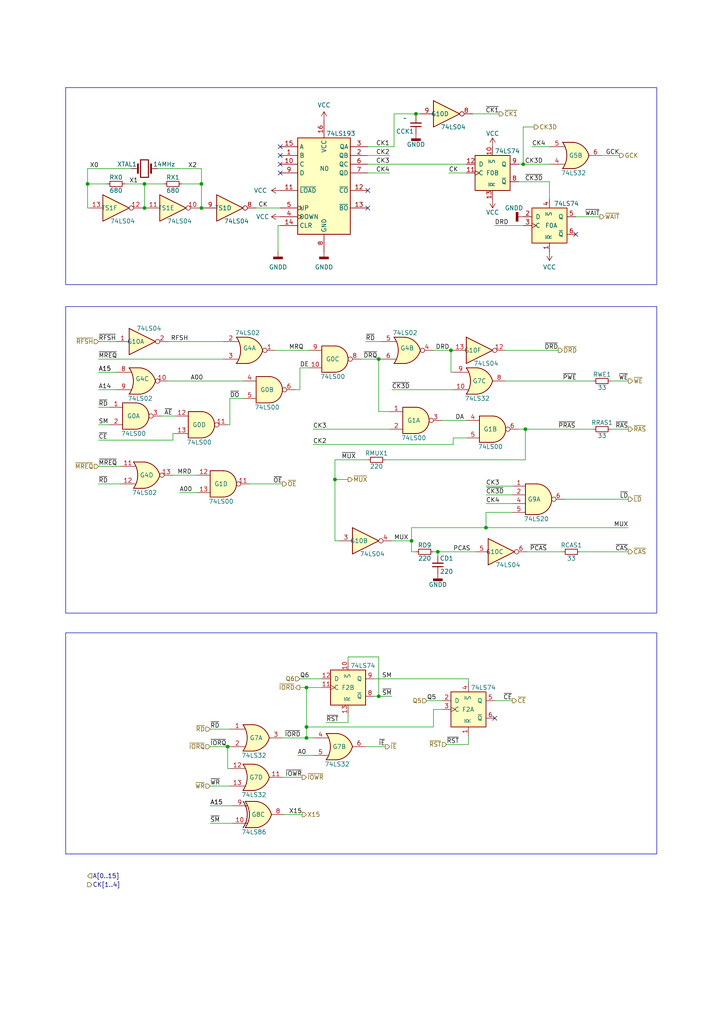
<source format=kicad_sch>
(kicad_sch (version 20231120) (generator "eeschema") (generator_version "8.0")
  (paper "A4" portrait)
  (title_block (title "Turbo Spectrum ( CoBra 2 ) ") (company "© 2022 The Cismas Foundation"))
  (lib_symbols
    (symbol "74xx:74LS00" (pin_names (offset 1.016))
      (property "Reference" "U" (at 0 1.27 0))
      (property "Value" "74LS00" (at 0 -1.27 0))
      (symbol "74LS00_1_1"
        (pin input line (at -7.62 2.54 0) (length 3.81) (name "~") (number "1"))
        (pin input line (at -7.62 -2.54 0) (length 3.81) (name "~") (number "2"))
        (pin output inverted (at 7.62 0 180) (length 3.81) (name "~") (number "3"))
      )
      (symbol "74LS00_1_2"
        (pin input inverted (at -7.62 2.54 0) (length 4.318) (name "~") (number "1"))
        (pin input inverted (at -7.62 -2.54 0) (length 4.318) (name "~") (number "2"))
        (pin output line (at 7.62 0 180) (length 3.81) (name "~") (number "3"))
      )
      (symbol "74LS00_2_1"
        (pin input line (at -7.62 2.54 0) (length 3.81) (name "~") (number "4"))
        (pin input line (at -7.62 -2.54 0) (length 3.81) (name "~") (number "5"))
        (pin output inverted (at 7.62 0 180) (length 3.81) (name "~") (number "6"))
      )
      (symbol "74LS00_2_2"
        (pin input inverted (at -7.62 2.54 0) (length 4.318) (name "~") (number "4"))
        (pin input inverted (at -7.62 -2.54 0) (length 4.318) (name "~") (number "5"))
        (pin output line (at 7.62 0 180) (length 3.81) (name "~") (number "6"))
      )
      (symbol "74LS00_3_1"
        (pin input line (at -7.62 -2.54 0) (length 3.81) (name "~") (number "10"))
        (pin output inverted (at 7.62 0 180) (length 3.81) (name "~") (number "8"))
        (pin input line (at -7.62 2.54 0) (length 3.81) (name "~") (number "9"))
      )
      (symbol "74LS00_3_2"
        (pin input inverted (at -7.62 -2.54 0) (length 4.318) (name "~") (number "10"))
        (pin output line (at 7.62 0 180) (length 3.81) (name "~") (number "8"))
        (pin input inverted (at -7.62 2.54 0) (length 4.318) (name "~") (number "9"))
      )
      (symbol "74LS00_4_1"
        (pin output inverted (at 7.62 0 180) (length 3.81) (name "~") (number "11"))
        (pin input line (at -7.62 2.54 0) (length 3.81) (name "~") (number "12"))
        (pin input line (at -7.62 -2.54 0) (length 3.81) (name "~") (number "13"))
      )
      (symbol "74LS00_4_2"
        (pin output line (at 7.62 0 180) (length 3.81) (name "~") (number "11"))
        (pin input inverted (at -7.62 2.54 0) (length 4.318) (name "~") (number "12"))
        (pin input inverted (at -7.62 -2.54 0) (length 4.318) (name "~") (number "13"))
      )
      (symbol "74LS00_5_0"
        (pin power_in line (at 0 12.7 270) (length 5.08) (name "VCC") (number "14"))
        (pin power_in line (at 0 -12.7 90) (length 5.08) (name "GND") (number "7"))
      )
    )
    (symbol "74xx:74LS02" (pin_names (offset 1.016))
      (property "Reference" "U" (at 0 1.27 0))
      (property "Value" "74LS02" (at 0 -1.27 0))
      (symbol "74LS02_1_1"
        (pin output inverted (at 7.62 0 180) (length 3.81) (name "~") (number "1"))
        (pin input line (at -7.62 2.54 0) (length 4.318) (name "~") (number "2"))
        (pin input line (at -7.62 -2.54 0) (length 4.318) (name "~") (number "3"))
      )
      (symbol "74LS02_1_2"
        (pin output line (at 7.62 0 180) (length 3.81) (name "~") (number "1"))
        (pin input inverted (at -7.62 2.54 0) (length 3.81) (name "~") (number "2"))
        (pin input inverted (at -7.62 -2.54 0) (length 3.81) (name "~") (number "3"))
      )
      (symbol "74LS02_2_1"
        (pin output inverted (at 7.62 0 180) (length 3.81) (name "~") (number "4"))
        (pin input line (at -7.62 2.54 0) (length 4.318) (name "~") (number "5"))
        (pin input line (at -7.62 -2.54 0) (length 4.318) (name "~") (number "6"))
      )
      (symbol "74LS02_2_2"
        (pin output line (at 7.62 0 180) (length 3.81) (name "~") (number "4"))
        (pin input inverted (at -7.62 2.54 0) (length 3.81) (name "~") (number "5"))
        (pin input inverted (at -7.62 -2.54 0) (length 3.81) (name "~") (number "6"))
      )
      (symbol "74LS02_3_1"
        (pin output inverted (at 7.62 0 180) (length 3.81) (name "~") (number "10"))
        (pin input line (at -7.62 2.54 0) (length 4.318) (name "~") (number "8"))
        (pin input line (at -7.62 -2.54 0) (length 4.318) (name "~") (number "9"))
      )
      (symbol "74LS02_3_2"
        (pin output line (at 7.62 0 180) (length 3.81) (name "~") (number "10"))
        (pin input inverted (at -7.62 2.54 0) (length 3.81) (name "~") (number "8"))
        (pin input inverted (at -7.62 -2.54 0) (length 3.81) (name "~") (number "9"))
      )
      (symbol "74LS02_4_1"
        (pin input line (at -7.62 2.54 0) (length 4.318) (name "~") (number "11"))
        (pin input line (at -7.62 -2.54 0) (length 4.318) (name "~") (number "12"))
        (pin output inverted (at 7.62 0 180) (length 3.81) (name "~") (number "13"))
      )
      (symbol "74LS02_4_2"
        (pin input inverted (at -7.62 2.54 0) (length 3.81) (name "~") (number "11"))
        (pin input inverted (at -7.62 -2.54 0) (length 3.81) (name "~") (number "12"))
        (pin output line (at 7.62 0 180) (length 3.81) (name "~") (number "13"))
      )
      (symbol "74LS02_5_0"
        (pin power_in line (at 0 12.7 270) (length 5.08) (name "VCC") (number "14"))
        (pin power_in line (at 0 -12.7 90) (length 5.08) (name "GND") (number "7"))
      )
    )
    (symbol "74xx:74LS04"
      (property "Reference" "U" (at 0 1.27 0))
      (property "Value" "74LS04" (at 0 -1.27 0))
      (symbol "74LS04_1_0"
        (pin input line (at -7.62 0 0) (length 3.81) (name "~") (number "1"))
        (pin output inverted (at 7.62 0 180) (length 3.81) (name "~") (number "2"))
      )
      (symbol "74LS04_2_0"
        (pin input line (at -7.62 0 0) (length 3.81) (name "~") (number "3"))
        (pin output inverted (at 7.62 0 180) (length 3.81) (name "~") (number "4"))
      )
      (symbol "74LS04_3_0"
        (pin input line (at -7.62 0 0) (length 3.81) (name "~") (number "5"))
        (pin output inverted (at 7.62 0 180) (length 3.81) (name "~") (number "6"))
      )
      (symbol "74LS04_4_0"
        (pin output inverted (at 7.62 0 180) (length 3.81) (name "~") (number "8"))
        (pin input line (at -7.62 0 0) (length 3.81) (name "~") (number "9"))
      )
      (symbol "74LS04_5_0"
        (pin output inverted (at 7.62 0 180) (length 3.81) (name "~") (number "10"))
        (pin input line (at -7.62 0 0) (length 3.81) (name "~") (number "11"))
      )
      (symbol "74LS04_6_0"
        (pin output inverted (at 7.62 0 180) (length 3.81) (name "~") (number "12"))
        (pin input line (at -7.62 0 0) (length 3.81) (name "~") (number "13"))
      )
      (symbol "74LS04_7_0"
        (pin power_in line (at 0 12.7 270) (length 5.08) (name "VCC") (number "14"))
        (pin power_in line (at 0 -12.7 90) (length 5.08) (name "GND") (number "7"))
      )
    )
    (symbol "74xx:74LS193"
      (property "Reference" "U" (at -7.62 13.97 0))
      (property "Value" "74LS193" (at 5.08 13.97 0))
      (symbol "74LS193_1_0"
        (pin input line (at -12.7 7.62 0) (length 5.08) (name "B") (number "1"))
        (pin input line (at -12.7 5.08 0) (length 5.08) (name "C") (number "10"))
        (pin input line (at -12.7 -2.54 0) (length 5.08) (name "~{LOAD}") (number "11"))
        (pin output line (at 12.7 -2.54 180) (length 5.08) (name "~{CO}") (number "12"))
        (pin output line (at 12.7 -7.62 180) (length 5.08) (name "~{BO}") (number "13"))
        (pin input line (at -12.7 -12.7 0) (length 5.08) (name "CLR") (number "14"))
        (pin input line (at -12.7 10.16 0) (length 5.08) (name "A") (number "15"))
        (pin power_in line (at 0 17.78 270) (length 5.08) (name "VCC") (number "16"))
        (pin output line (at 12.7 7.62 180) (length 5.08) (name "QB") (number "2"))
        (pin output line (at 12.7 10.16 180) (length 5.08) (name "QA") (number "3"))
        (pin input clock (at -12.7 -10.16 0) (length 5.08) (name "DOWN") (number "4"))
        (pin input clock (at -12.7 -7.62 0) (length 5.08) (name "UP") (number "5"))
        (pin output line (at 12.7 5.08 180) (length 5.08) (name "QC") (number "6"))
        (pin output line (at 12.7 2.54 180) (length 5.08) (name "QD") (number "7"))
        (pin power_in line (at 0 -20.32 90) (length 5.08) (name "GND") (number "8"))
        (pin input line (at -12.7 2.54 0) (length 5.08) (name "D") (number "9"))
      )
    )
    (symbol "74xx:74LS20" (pin_names (offset 1.016))
      (property "Reference" "U" (at 0 1.27 0))
      (property "Value" "74LS20" (at 0 -1.27 0))
      (symbol "74LS20_1_1"
        (pin input line (at -7.62 3.81 0) (length 3.81) (name "~") (number "1"))
        (pin input line (at -7.62 1.27 0) (length 3.81) (name "~") (number "2"))
        (pin input line (at -7.62 -1.27 0) (length 3.81) (name "~") (number "4"))
        (pin input line (at -7.62 -3.81 0) (length 3.81) (name "~") (number "5"))
        (pin output inverted (at 7.62 0 180) (length 3.81) (name "~") (number "6"))
      )
      (symbol "74LS20_1_2"
        (pin input inverted (at -7.62 3.81 0) (length 3.81) (name "~") (number "1"))
        (pin input inverted (at -7.62 1.27 0) (length 4.826) (name "~") (number "2"))
        (pin input inverted (at -7.62 -1.27 0) (length 4.826) (name "~") (number "4"))
        (pin input inverted (at -7.62 -3.81 0) (length 3.81) (name "~") (number "5"))
        (pin output line (at 7.62 0 180) (length 3.81) (name "~") (number "6"))
      )
      (symbol "74LS20_2_1"
        (pin input line (at -7.62 1.27 0) (length 3.81) (name "~") (number "10"))
        (pin input line (at -7.62 -1.27 0) (length 3.81) (name "~") (number "12"))
        (pin input line (at -7.62 -3.81 0) (length 3.81) (name "~") (number "13"))
        (pin output inverted (at 7.62 0 180) (length 3.81) (name "~") (number "8"))
        (pin input line (at -7.62 3.81 0) (length 3.81) (name "~") (number "9"))
      )
      (symbol "74LS20_2_2"
        (pin input inverted (at -7.62 1.27 0) (length 4.826) (name "~") (number "10"))
        (pin input inverted (at -7.62 -1.27 0) (length 4.826) (name "~") (number "12"))
        (pin input inverted (at -7.62 -3.81 0) (length 3.81) (name "~") (number "13"))
        (pin output line (at 7.62 0 180) (length 3.81) (name "~") (number "8"))
        (pin input inverted (at -7.62 3.81 0) (length 3.81) (name "~") (number "9"))
      )
      (symbol "74LS20_3_0"
        (pin power_in line (at 0 12.7 270) (length 5.08) (name "VCC") (number "14"))
        (pin power_in line (at 0 -12.7 90) (length 5.08) (name "GND") (number "7"))
      )
    )
    (symbol "74xx:74LS32" (pin_names (offset 1.016))
      (property "Reference" "U" (at 0 1.27 0))
      (property "Value" "74LS32" (at 0 -1.27 0))
      (symbol "74LS32_1_1"
        (pin input line (at -7.62 2.54 0) (length 4.318) (name "~") (number "1"))
        (pin input line (at -7.62 -2.54 0) (length 4.318) (name "~") (number "2"))
        (pin output line (at 7.62 0 180) (length 3.81) (name "~") (number "3"))
      )
      (symbol "74LS32_1_2"
        (pin input inverted (at -7.62 2.54 0) (length 3.81) (name "~") (number "1"))
        (pin input inverted (at -7.62 -2.54 0) (length 3.81) (name "~") (number "2"))
        (pin output inverted (at 7.62 0 180) (length 3.81) (name "~") (number "3"))
      )
      (symbol "74LS32_2_1"
        (pin input line (at -7.62 2.54 0) (length 4.318) (name "~") (number "4"))
        (pin input line (at -7.62 -2.54 0) (length 4.318) (name "~") (number "5"))
        (pin output line (at 7.62 0 180) (length 3.81) (name "~") (number "6"))
      )
      (symbol "74LS32_2_2"
        (pin input inverted (at -7.62 2.54 0) (length 3.81) (name "~") (number "4"))
        (pin input inverted (at -7.62 -2.54 0) (length 3.81) (name "~") (number "5"))
        (pin output inverted (at 7.62 0 180) (length 3.81) (name "~") (number "6"))
      )
      (symbol "74LS32_3_1"
        (pin input line (at -7.62 -2.54 0) (length 4.318) (name "~") (number "10"))
        (pin output line (at 7.62 0 180) (length 3.81) (name "~") (number "8"))
        (pin input line (at -7.62 2.54 0) (length 4.318) (name "~") (number "9"))
      )
      (symbol "74LS32_3_2"
        (pin input inverted (at -7.62 -2.54 0) (length 3.81) (name "~") (number "10"))
        (pin output inverted (at 7.62 0 180) (length 3.81) (name "~") (number "8"))
        (pin input inverted (at -7.62 2.54 0) (length 3.81) (name "~") (number "9"))
      )
      (symbol "74LS32_4_1"
        (pin output line (at 7.62 0 180) (length 3.81) (name "~") (number "11"))
        (pin input line (at -7.62 2.54 0) (length 4.318) (name "~") (number "12"))
        (pin input line (at -7.62 -2.54 0) (length 4.318) (name "~") (number "13"))
      )
      (symbol "74LS32_4_2"
        (pin output inverted (at 7.62 0 180) (length 3.81) (name "~") (number "11"))
        (pin input inverted (at -7.62 2.54 0) (length 3.81) (name "~") (number "12"))
        (pin input inverted (at -7.62 -2.54 0) (length 3.81) (name "~") (number "13"))
      )
      (symbol "74LS32_5_0"
        (pin power_in line (at 0 12.7 270) (length 5.08) (name "VCC") (number "14"))
        (pin power_in line (at 0 -12.7 90) (length 5.08) (name "GND") (number "7"))
      )
    )
    (symbol "74xx:74LS74" (pin_names (offset 1.016))
      (property "Reference" "U" (at -7.62 8.89 0))
      (property "Value" "74LS74" (at -7.62 -8.89 0))
      (symbol "74LS74_1_0"
        (pin input line (at 0 -7.62 90) (length 2.54) (name "~{R}") (number "1"))
        (pin input line (at -7.62 2.54 0) (length 2.54) (name "D") (number "2"))
        (pin input clock (at -7.62 0 0) (length 2.54) (name "C") (number "3"))
        (pin input line (at 0 7.62 270) (length 2.54) (name "~{S}") (number "4"))
        (pin output line (at 7.62 2.54 180) (length 2.54) (name "Q") (number "5"))
        (pin output line (at 7.62 -2.54 180) (length 2.54) (name "~{Q}") (number "6"))
      )
      (symbol "74LS74_2_0"
        (pin input line (at 0 7.62 270) (length 2.54) (name "~{S}") (number "10"))
        (pin input clock (at -7.62 0 0) (length 2.54) (name "C") (number "11"))
        (pin input line (at -7.62 2.54 0) (length 2.54) (name "D") (number "12"))
        (pin input line (at 0 -7.62 90) (length 2.54) (name "~{R}") (number "13"))
        (pin output line (at 7.62 -2.54 180) (length 2.54) (name "~{Q}") (number "8"))
        (pin output line (at 7.62 2.54 180) (length 2.54) (name "Q") (number "9"))
      )
      (symbol "74LS74_3_0"
        (pin power_in line (at 0 10.16 270) (length 2.54) (name "VCC") (number "14"))
        (pin power_in line (at 0 -10.16 90) (length 2.54) (name "GND") (number "7"))
      )
    )
    (symbol "74xx:74LS86" (pin_names (offset 1.016))
      (property "Reference" "U" (at 0 1.27 0))
      (property "Value" "74LS86" (at 0 -1.27 0))
      (symbol "74LS86_1_0"
        (pin input line (at -7.62 2.54 0) (length 4.445) (name "~") (number "1"))
        (pin input line (at -7.62 -2.54 0) (length 4.445) (name "~") (number "2"))
        (pin output line (at 7.62 0 180) (length 3.81) (name "~") (number "3"))
      )
      (symbol "74LS86_2_0"
        (pin input line (at -7.62 2.54 0) (length 4.445) (name "~") (number "4"))
        (pin input line (at -7.62 -2.54 0) (length 4.445) (name "~") (number "5"))
        (pin output line (at 7.62 0 180) (length 3.81) (name "~") (number "6"))
      )
      (symbol "74LS86_3_0"
        (pin input line (at -7.62 -2.54 0) (length 4.445) (name "~") (number "10"))
        (pin output line (at 7.62 0 180) (length 3.81) (name "~") (number "8"))
        (pin input line (at -7.62 2.54 0) (length 4.445) (name "~") (number "9"))
      )
      (symbol "74LS86_4_0"
        (pin output line (at 7.62 0 180) (length 3.81) (name "~") (number "11"))
        (pin input line (at -7.62 2.54 0) (length 4.445) (name "~") (number "12"))
        (pin input line (at -7.62 -2.54 0) (length 4.445) (name "~") (number "13"))
      )
      (symbol "74LS86_5_0"
        (pin power_in line (at 0 12.7 270) (length 5.08) (name "VCC") (number "14"))
        (pin power_in line (at 0 -12.7 90) (length 5.08) (name "GND") (number "7"))
      )
    )
    (symbol "Device:C_Small" (pin_numbers hide) (pin_names (offset 0.254) hide)
      (property "Reference" "C" (at 0.254 1.778 0))
      (property "Value" "C_Small" (at 0.254 -2.032 0))
      (symbol "C_Small_1_1"
        (pin passive line (at 0 2.54 270) (length 2.032) (name "~") (number "1"))
        (pin passive line (at 0 -2.54 90) (length 2.032) (name "~") (number "2"))
      )
    )
    (symbol "Device:Crystal" (pin_numbers hide) (pin_names (offset 1.016) hide)
      (property "Reference" "Y" (at 0 3.81 0))
      (property "Value" "Crystal" (at 0 -3.81 0))
      (symbol "Crystal_1_1"
        (pin passive line (at -3.81 0 0) (length 1.27) (name "1") (number "1"))
        (pin passive line (at 3.81 0 180) (length 1.27) (name "2") (number "2"))
      )
    )
    (symbol "Device:R_Small" (pin_numbers hide) (pin_names (offset 0.254) hide)
      (property "Reference" "R" (at 0.762 0.508 0))
      (property "Value" "R_Small" (at 0.762 -1.016 0))
      (symbol "R_Small_1_1"
        (pin passive line (at 0 2.54 270) (length 0.762) (name "~") (number "1"))
        (pin passive line (at 0 -2.54 90) (length 0.762) (name "~") (number "2"))
      )
    )
    (symbol "power:GNDD" (power) (pin_numbers hide) (pin_names (offset 0) hide)
      (property "Value" "GNDD" (at 0 -3.175 0))
      (symbol "GNDD_1_1"
        (pin power_in line (at 0 0 270) (length 0) (name "~") (number "1"))
      )
    )
    (symbol "power:VCC" (power) (pin_numbers hide) (pin_names (offset 0) hide)
      (property "Value" "VCC" (at 0 3.556 0))
      (symbol "VCC_1_1"
        (pin power_in line (at 0 0 90) (length 0) (name "~") (number "1"))
      )
    )
  )
  (junction (at 120.65 33.02))
  (junction (at 152.4 124.46))
  (junction (at 127 160.02))
  (junction (at 88.9 210.82))
  (junction (at 130.81 101.6))
  (junction (at 119.38 156.845))
  (junction (at 66.04 216.535))
  (junction (at 25.4 53.34))
  (junction (at 88.9 199.39))
  (junction (at 41.91 53.34))
  (junction (at 58.42 53.34))
  (junction (at 151.765 47.625))
  (junction (at 88.9 213.995))
  (junction (at 41.91 60.325))
  (junction (at 140.97 153.035))
  (junction (at 109.855 104.14))
  (junction (at 97.155 139.065))
  (junction (at 109.855 201.93))
  (junction (at 58.42 60.325))
  (no_connect (at 106.68 55.245))
  (no_connect (at 143.51 208.28))
  (no_connect (at 81.28 50.165))
  (no_connect (at 81.28 42.545))
  (no_connect (at 167.005 67.945))
  (no_connect (at 106.68 60.325))
  (no_connect (at 81.28 45.085))
  (no_connect (at 81.28 47.625))
  (wire (pts (xy 45.72 48.895) (xy 58.42 48.895)))
  (wire (pts (xy 154.94 36.83) (xy 151.765 36.83)))
  (wire (pts (xy 131.445 107.95) (xy 130.81 107.95)))
  (wire (pts (xy 127 160.02) (xy 125.73 160.02)))
  (wire (pts (xy 50.165 137.795) (xy 57.15 137.795)))
  (wire (pts (xy 114.3 33.02) (xy 120.65 33.02)))
  (wire (pts (xy 106.68 45.085) (xy 113.03 45.085)))
  (wire (pts (xy 25.4 53.34) (xy 25.4 48.895)))
  (wire (pts (xy 140.97 146.05) (xy 148.59 146.05)))
  (wire (pts (xy 58.42 48.895) (xy 58.42 53.34)))
  (wire (pts (xy 120.65 33.02) (xy 120.65 33.655)))
  (wire (pts (xy 80.645 73.025) (xy 80.645 65.405)))
  (wire (pts (xy 106.68 42.545) (xy 114.3 42.545)))
  (wire (pts (xy 177.165 110.49) (xy 182.245 110.49)))
  (wire (pts (xy 25.4 53.34) (xy 25.4 60.325)))
  (wire (pts (xy 97.155 156.845) (xy 98.425 156.845)))
  (wire (pts (xy 50.165 125.73) (xy 50.8 125.73)))
  (wire (pts (xy 106.68 50.165) (xy 113.03 50.165)))
  (wire (pts (xy 143.51 65.405) (xy 151.765 65.405)))
  (wire (pts (xy 108.585 196.85) (xy 135.89 196.85)))
  (wire (pts (xy 104.775 104.14) (xy 109.855 104.14)))
  (wire (pts (xy 97.155 133.35) (xy 106.68 133.35)))
  (wire (pts (xy 81.915 213.995) (xy 88.9 213.995)))
  (wire (pts (xy 72.39 140.335) (xy 81.915 140.335)))
  (wire (pts (xy 66.675 115.57) (xy 66.675 123.19)))
  (wire (pts (xy 28.575 140.335) (xy 34.925 140.335)))
  (wire (pts (xy 66.04 222.885) (xy 66.04 216.535)))
  (wire (pts (xy 82.55 236.22) (xy 87.63 236.22)))
  (wire (pts (xy 97.155 139.065) (xy 97.155 156.845)))
  (wire (pts (xy 100.965 191.77) (xy 100.965 190.5)))
  (wire (pts (xy 128.27 121.92) (xy 135.255 121.92)))
  (wire (pts (xy 86.995 113.03) (xy 85.725 113.03)))
  (wire (pts (xy 25.4 48.895) (xy 38.1 48.895)))
  (wire (pts (xy 81.915 225.425) (xy 87.63 225.425)))
  (wire (pts (xy 146.685 110.49) (xy 172.085 110.49)))
  (wire (pts (xy 28.575 135.255) (xy 34.925 135.255)))
  (wire (pts (xy 86.36 219.075) (xy 90.805 219.075)))
  (wire (pts (xy 137.16 33.02) (xy 144.78 33.02)))
  (wire (pts (xy 135.89 198.12) (xy 135.89 196.85)))
  (wire (pts (xy 60.96 238.76) (xy 67.31 238.76)))
  (wire (pts (xy 88.9 213.995) (xy 90.805 213.995)))
  (wire (pts (xy 108.585 201.93) (xy 109.855 201.93)))
  (wire (pts (xy 41.91 53.34) (xy 47.625 53.34)))
  (wire (pts (xy 60.96 211.455) (xy 66.675 211.455)))
  (wire (pts (xy 106.68 47.625) (xy 135.255 47.625)))
  (wire (pts (xy 86.995 199.39) (xy 88.9 199.39)))
  (wire (pts (xy 46.99 120.65) (xy 50.8 120.65)))
  (wire (pts (xy 168.275 160.02) (xy 182.245 160.02)))
  (wire (pts (xy 48.895 110.49) (xy 70.485 110.49)))
  (wire (pts (xy 74.295 60.325) (xy 81.28 60.325)))
  (wire (pts (xy 106.045 216.535) (xy 111.76 216.535)))
  (wire (pts (xy 100.965 190.5) (xy 109.855 190.5)))
  (wire (pts (xy 50.165 125.73) (xy 50.165 127.635)))
  (wire (pts (xy 131.445 127) (xy 131.445 128.905)))
  (wire (pts (xy 130.175 50.165) (xy 135.255 50.165)))
  (wire (pts (xy 28.575 107.95) (xy 33.655 107.95)))
  (wire (pts (xy 135.89 213.36) (xy 135.89 215.9)))
  (wire (pts (xy 60.96 227.965) (xy 66.675 227.965)))
  (wire (pts (xy 109.855 190.5) (xy 109.855 201.93)))
  (wire (pts (xy 163.83 144.78) (xy 182.245 144.78)))
  (wire (pts (xy 174.625 45.085) (xy 179.705 45.085)))
  (wire (pts (xy 58.42 53.34) (xy 58.42 60.325)))
  (wire (pts (xy 140.97 148.59) (xy 140.97 153.035)))
  (wire (pts (xy 25.4 60.325) (xy 26.035 60.325)))
  (wire (pts (xy 28.575 99.06) (xy 33.655 99.06)))
  (wire (pts (xy 167.005 62.865) (xy 173.99 62.865)))
  (wire (pts (xy 58.42 53.34) (xy 52.705 53.34)))
  (wire (pts (xy 86.995 196.85) (xy 93.345 196.85)))
  (wire (pts (xy 143.51 203.2) (xy 148.59 203.2)))
  (wire (pts (xy 97.155 133.35) (xy 97.155 139.065)))
  (wire (pts (xy 88.9 210.82) (xy 88.9 213.995)))
  (wire (pts (xy 150.495 52.705) (xy 159.385 52.705)))
  (wire (pts (xy 41.275 60.325) (xy 41.91 60.325)))
  (wire (pts (xy 113.665 156.845) (xy 119.38 156.845)))
  (wire (pts (xy 80.01 101.6) (xy 89.535 101.6)))
  (wire (pts (xy 177.165 124.46) (xy 182.245 124.46)))
  (wire (pts (xy 28.575 113.03) (xy 33.655 113.03)))
  (wire (pts (xy 119.38 160.02) (xy 120.65 160.02)))
  (wire (pts (xy 140.97 148.59) (xy 148.59 148.59)))
  (wire (pts (xy 48.895 99.06) (xy 64.77 99.06)))
  (wire (pts (xy 93.345 199.39) (xy 88.9 199.39)))
  (wire (pts (xy 129.54 215.9) (xy 135.89 215.9)))
  (wire (pts (xy 41.91 53.34) (xy 41.91 60.325)))
  (wire (pts (xy 154.305 42.545) (xy 159.385 42.545)))
  (wire (pts (xy 58.42 60.325) (xy 59.055 60.325)))
  (wire (pts (xy 127 161.29) (xy 127 160.02)))
  (wire (pts (xy 86.995 106.68) (xy 86.995 113.03)))
  (wire (pts (xy 128.27 205.74) (xy 125.73 205.74)))
  (wire (pts (xy 28.575 118.11) (xy 31.75 118.11)))
  (wire (pts (xy 109.855 104.14) (xy 110.49 104.14)))
  (wire (pts (xy 140.97 140.97) (xy 148.59 140.97)))
  (wire (pts (xy 150.495 124.46) (xy 152.4 124.46)))
  (wire (pts (xy 106.045 99.06) (xy 110.49 99.06)))
  (wire (pts (xy 36.195 53.34) (xy 41.91 53.34)))
  (wire (pts (xy 66.04 222.885) (xy 66.675 222.885)))
  (wire (pts (xy 88.9 199.39) (xy 88.9 210.82)))
  (wire (pts (xy 114.3 33.02) (xy 114.3 42.545)))
  (wire (pts (xy 130.81 101.6) (xy 130.81 107.95)))
  (wire (pts (xy 90.805 128.905) (xy 131.445 128.905)))
  (wire (pts (xy 28.575 123.19) (xy 31.75 123.19)))
  (wire (pts (xy 66.04 216.535) (xy 66.675 216.535)))
  (wire (pts (xy 125.73 205.74) (xy 125.73 210.82)))
  (wire (pts (xy 28.575 104.14) (xy 64.77 104.14)))
  (wire (pts (xy 119.38 153.035) (xy 119.38 156.845)))
  (wire (pts (xy 111.76 133.35) (xy 152.4 133.35)))
  (wire (pts (xy 97.155 139.065) (xy 100.965 139.065)))
  (wire (pts (xy 50.165 127.635) (xy 28.575 127.635)))
  (wire (pts (xy 127 160.02) (xy 137.795 160.02)))
  (wire (pts (xy 113.03 119.38) (xy 109.855 119.38)))
  (wire (pts (xy 57.785 60.325) (xy 58.42 60.325)))
  (wire (pts (xy 151.765 47.625) (xy 159.385 47.625)))
  (wire (pts (xy 140.97 143.51) (xy 148.59 143.51)))
  (wire (pts (xy 109.855 201.93) (xy 113.665 201.93)))
  (wire (pts (xy 135.255 127) (xy 131.445 127)))
  (wire (pts (xy 52.07 142.875) (xy 57.15 142.875)))
  (wire (pts (xy 41.91 60.325) (xy 42.545 60.325)))
  (wire (pts (xy 86.995 106.68) (xy 89.535 106.68)))
  (wire (pts (xy 146.685 101.6) (xy 161.925 101.6)))
  (wire (pts (xy 140.97 153.035) (xy 182.245 153.035)))
  (wire (pts (xy 123.825 203.2) (xy 128.27 203.2)))
  (wire (pts (xy 152.4 124.46) (xy 172.085 124.46)))
  (wire (pts (xy 159.385 57.785) (xy 159.385 52.705)))
  (wire (pts (xy 153.035 160.02) (xy 163.195 160.02)))
  (wire (pts (xy 60.96 233.68) (xy 67.31 233.68)))
  (wire (pts (xy 130.81 101.6) (xy 131.445 101.6)))
  (wire (pts (xy 60.96 216.535) (xy 66.04 216.535)))
  (wire (pts (xy 90.805 124.46) (xy 113.03 124.46)))
  (wire (pts (xy 31.115 53.34) (xy 25.4 53.34)))
  (wire (pts (xy 80.645 65.405) (xy 81.28 65.405)))
  (wire (pts (xy 66.675 115.57) (xy 70.485 115.57)))
  (wire (pts (xy 151.765 36.83) (xy 151.765 47.625)))
  (wire (pts (xy 100.965 207.01) (xy 100.965 209.55)))
  (wire (pts (xy 94.615 209.55) (xy 100.965 209.55)))
  (wire (pts (xy 119.38 160.02) (xy 119.38 156.845)))
  (wire (pts (xy 150.495 47.625) (xy 151.765 47.625)))
  (wire (pts (xy 113.665 113.03) (xy 131.445 113.03)))
  (wire (pts (xy 66.04 123.19) (xy 66.675 123.19)))
  (wire (pts (xy 109.855 119.38) (xy 109.855 104.14)))
  (wire (pts (xy 125.73 101.6) (xy 130.81 101.6)))
  (wire (pts (xy 120.65 33.02) (xy 121.92 33.02)))
  (wire (pts (xy 119.38 153.035) (xy 140.97 153.035)))
  (wire (pts (xy 125.73 210.82) (xy 88.9 210.82)))
  (wire (pts (xy 152.4 124.46) (xy 152.4 133.35)))
  (rectangle (start 19.05 183.515) (end 190.5 247.65))
  (rectangle (start 19.05 88.9) (end 190.5 177.8))
  (rectangle (start 19.05 25.4) (end 190.5 82.55))
  (label "~{WE}" (at 182.245 110.49 180))
  (label "SM" (at 113.665 196.85 180))
  (label "~{PCAS}" (at 153.67 160.02 0))
  (label "~{LD}" (at 182.245 144.78 180))
  (label "A15" (at 60.96 233.68 0))
  (label "~{SM}" (at 60.96 238.76 0))
  (label "~{CAS}" (at 182.245 160.02 180))
  (label "CK4" (at 154.305 42.545 0))
  (label "Q6" (at 86.995 196.85 0))
  (label "MUX" (at 114.3 156.845 0))
  (label "A00" (at 55.245 110.49 0))
  (label "CK4" (at 140.97 146.05 0))
  (label "CK1" (at 113.03 42.545 180))
  (label "X15" (at 87.63 236.22 180))
  (label "~{IOWR}" (at 87.63 225.425 180))
  (label "~{CK3D}" (at 157.48 52.705 180))
  (label "CK3" (at 113.03 47.625 180))
  (label "~{OE}" (at 81.915 140.335 180))
  (label "DE" (at 86.995 106.68 0))
  (label "MRQ" (at 83.82 101.6 0))
  (label "~{RD}" (at 106.045 99.06 0))
  (label "MUX" (at 182.245 153.035 180))
  (label "X2" (at 57.15 48.895 180))
  (label "~{MREQ}" (at 28.575 135.255 0))
  (label "MRD" (at 51.435 137.795 0))
  (label "~{MREQ}" (at 28.575 104.14 0))
  (label "A00" (at 52.07 142.875 0))
  (label "~{RAS}" (at 182.245 124.46 180))
  (label "~{CE}" (at 28.575 127.635 0))
  (label "~{RD}" (at 60.96 211.455 0))
  (label "~{IORQ}" (at 60.96 216.535 0))
  (label "~{AE}" (at 47.625 120.65 0))
  (label "A15" (at 28.575 107.95 0))
  (label "GCK" (at 179.705 45.085 180))
  (label "A15" (at 60.96 233.68 0))
  (label "~{WAIT}" (at 173.99 62.865 180))
  (label "~{RST}" (at 94.615 209.55 0))
  (label "~{WR}" (at 60.96 227.965 0))
  (label "X0" (at 26.035 48.895 0))
  (label "~{DRQ}" (at 105.41 104.14 0))
  (label "~{DO}" (at 66.675 115.57 0))
  (label "A0" (at 86.36 219.075 0))
  (label "CK" (at 130.175 50.165 0))
  (label "SM" (at 28.575 123.19 0))
  (label "DRD" (at 143.51 65.405 0))
  (label "~{PWE}" (at 163.195 110.49 0))
  (label "X1" (at 37.465 53.34 0))
  (label "~{CK3D}" (at 113.665 113.03 0))
  (label "~{CE}" (at 148.59 203.2 180))
  (label "CK2" (at 113.03 45.085 180))
  (label "Q5" (at 123.825 203.2 0))
  (label "PCAS" (at 131.445 160.02 0))
  (label "DA" (at 132.08 121.92 0))
  (label "~{CK1}" (at 144.78 33.02 180))
  (label "CK3" (at 140.97 140.97 0))
  (label "~{SM}" (at 113.665 201.93 180))
  (label "DRD" (at 126.365 101.6 0))
  (label "~{IORD}" (at 82.55 213.995 0))
  (label "~{RD}" (at 28.575 118.11 0))
  (label "CK3D" (at 157.48 47.625 180))
  (label "RFSH" (at 49.53 99.06 0))
  (label "~{PRAS}" (at 161.925 124.46 0))
  (label "A15" (at 28.575 107.95 0))
  (label "~{RST}" (at 129.54 215.9 0))
  (label "CK4" (at 113.03 50.165 180))
  (label "CK3" (at 90.805 124.46 0))
  (label "~{CK3D}" (at 140.97 143.51 0))
  (label "CK" (at 74.93 60.325 0))
  (label "A14" (at 28.575 113.03 0))
  (label "~{RD}" (at 28.575 140.335 0))
  (label "~{MUX}" (at 99.06 133.35 0))
  (label "~{RFSH}" (at 28.575 99.06 0))
  (label "~{DRD}" (at 161.925 101.6 180))
  (label "CK2" (at 90.805 128.905 0))
  (label "~{IE}" (at 111.76 216.535 180))
  (hierarchical_label "~{OE}" (shape output) (at 81.915 140.335 0))
  (hierarchical_label "~{MREQ}" (shape input) (at 28.575 135.255 180))
  (hierarchical_label "~{RD}" (shape input) (at 60.96 211.455 180))
  (hierarchical_label "~{WE}" (shape output) (at 182.245 110.49 0))
  (hierarchical_label "~{CAS}" (shape output) (at 182.245 160.02 0))
  (hierarchical_label "~{CE}" (shape output) (at 148.59 203.2 0))
  (hierarchical_label "X15" (shape output) (at 87.63 236.22 0))
  (hierarchical_label "~{IORD}" (shape output) (at 86.995 199.39 180))
  (hierarchical_label "A[0..15]" (shape input) (at 25.4 254 0))
  (hierarchical_label "CK[1..4]" (shape output) (at 25.4 256.54 0))
  (hierarchical_label "~{IOWR}" (shape output) (at 87.63 225.425 0))
  (hierarchical_label "~{RST}" (shape input) (at 129.54 215.9 180))
  (hierarchical_label "~{MUX}" (shape output) (at 100.965 139.065 0))
  (hierarchical_label "~{WAIT}" (shape output) (at 173.99 62.865 0))
  (hierarchical_label "~{IORQ}" (shape input) (at 60.96 216.535 180))
  (hierarchical_label "CK3D" (shape output) (at 154.94 36.83 0))
  (hierarchical_label "GCK" (shape output) (at 179.705 45.085 0))
  (hierarchical_label "~{IE}" (shape output) (at 111.76 216.535 0))
  (hierarchical_label "~{RFSH}" (shape input) (at 28.575 99.06 180))
  (hierarchical_label "~{DRD}" (shape output) (at 161.925 101.6 0))
  (hierarchical_label "~{CK1}" (shape output) (at 144.78 33.02 0))
  (hierarchical_label "~{RAS}" (shape output) (at 182.245 124.46 0))
  (hierarchical_label "~{WR}" (shape input) (at 60.96 227.965 180))
  (hierarchical_label "~{LD}" (shape output) (at 182.245 144.78 0))
  (hierarchical_label "Q6" (shape input) (at 86.995 196.85 180))
  (hierarchical_label "Q5" (shape input) (at 123.825 203.2 180))
  (symbol (lib_id "Device:R_Small") (at 109.22 133.35 90) (unit 1)
    (property "Reference" "RMUX1" (at 109.22 131.445 90))
    (property "Value" "220" (at 109.22 135.255 90))
    (property "Footprint" "Resistor_THT:R_Axial_DIN0204_L3.6mm_D1.6mm_P7.62mm_Horizontal" (effects (hide yes)))
    (property "Description" "Resistor, small symbol" (effects (hide yes)))
  )
  (symbol (lib_id "Device:R_Small") (at 174.625 124.46 90) (unit 1)
    (property "Reference" "RRAS1" (at 174.625 122.555 90))
    (property "Value" "33" (at 174.625 126.365 90))
    (property "Footprint" "Resistor_THT:R_Axial_DIN0204_L3.6mm_D1.6mm_P7.62mm_Horizontal" (effects (hide yes)))
    (property "Description" "Resistor, small symbol" (effects (hide yes)))
  )
  (symbol (lib_id "Device:C_Small") (at 120.65 36.195 180) (unit 1)
    (property "Reference" "CCK1" (at 117.475 38.1 0))
    (property "Value" "~" (at 117.475 34.29 0))
    (property "Footprint" "Capacitor_THT:C_Disc_D3.0mm_W1.6mm_P2.50mm" (effects (hide yes)))
    (property "Description" "Unpolarized capacitor, small symbol" (effects (hide yes)))
  )
  (symbol (lib_id "74xx:74LS20") (at 156.21 144.78 0) (unit 1)
    (property "Reference" "G9" (at 154.94 144.78 0))
    (property "Value" "74LS20" (at 155.575 150.495 0))
    (property "Footprint" "Package_DIP:DIP-14_W7.62mm" (effects (hide yes)))
    (property "Datasheet" "http://www.ti.com/lit/gpn/sn74LS20" (effects (hide yes)))
    (property "Description" "Dual 4-input NAND" (effects (hide yes)))
  )
  (symbol (lib_id "74xx:74LS74") (at 100.965 199.39 0) (unit 2)
    (property "Reference" "F2" (at 99.06 199.39 0) (effects (justify left)))
    (property "Value" "74LS74" (at 101.6 193.04 0) (effects (justify left)))
    (property "Footprint" "Package_DIP:DIP-14_W7.62mm" (effects (hide yes)))
    (property "Datasheet" "74xx/74hc_hct74.pdf" (effects (hide yes)))
    (property "Description" "Dual D Flip-flop, Set & Reset" (effects (hide yes)))
  )
  (symbol (lib_id "power:VCC") (at 159.385 73.025 180) (unit 1)
    (property "Reference" "#PWR035" (effects (hide yes)))
    (property "Value" "VCC" (at 159.385 77.47 0))
    (property "Description" "Power symbol creates a global label with name \"VCC\"" (effects (hide yes)))
  )
  (symbol (lib_id "power:VCC") (at 81.28 62.865 90) (unit 1)
    (property "Reference" "#PWR028" (effects (hide yes)))
    (property "Value" "VCC" (at 78.105 62.8649 90) (effects (justify left)))
    (property "Description" "Power symbol creates a global label with name \"VCC\"" (effects (hide yes)))
  )
  (symbol (lib_id "74xx:74LS74") (at 159.385 65.405 0) (unit 1)
    (property "Reference" "F0" (at 158.115 65.405 0) (effects (justify left)))
    (property "Value" "74LS74" (at 160.655 59.055 0) (effects (justify left)))
    (property "Footprint" "Package_DIP:DIP-14_W7.62mm" (effects (hide yes)))
    (property "Datasheet" "74xx/74hc_hct74.pdf" (effects (hide yes)))
    (property "Description" "Dual D Flip-flop, Set & Reset" (effects (hide yes)))
  )
  (symbol (lib_id "74xx:74LS04") (at 50.165 60.325 0) (unit 5)
    (property "Reference" "TS1" (at 48.26 60.325 0))
    (property "Value" "74LS04" (at 52.07 64.135 0))
    (property "Footprint" "Package_DIP:DIP-14_W7.62mm" (effects (hide yes)))
    (property "Datasheet" "http://www.ti.com/lit/gpn/sn74LS04" (effects (hide yes)))
    (property "Description" "Hex Inverter" (effects (hide yes)))
  )
  (symbol (lib_id "74xx:74LS00") (at 78.105 113.03 0) (unit 2)
    (property "Reference" "G0" (at 77.47 113.03 0))
    (property "Value" "74LS00" (at 77.47 118.11 0))
    (property "Footprint" "Package_DIP:DIP-14_W7.62mm" (effects (hide yes)))
    (property "Datasheet" "http://www.ti.com/lit/gpn/sn74ls00" (effects (hide yes)))
    (property "Description" "quad 2-input NAND gate" (effects (hide yes)))
  )
  (symbol (lib_id "74xx:74LS32") (at 167.005 45.085 0) (mirror x) (unit 2)
    (property "Reference" "G5" (at 167.005 45.085 0))
    (property "Value" "74LS32" (at 166.37 50.165 0))
    (property "Footprint" "Package_DIP:DIP-14_W7.62mm" (effects (hide yes)))
    (property "Datasheet" "http://www.ti.com/lit/gpn/sn74LS32" (effects (hide yes)))
    (property "Description" "Quad 2-input OR" (effects (hide yes)))
  )
  (symbol (lib_id "74xx:74LS02") (at 72.39 101.6 0) (unit 1)
    (property "Reference" "G4" (at 72.39 100.965 0))
    (property "Value" "74LS02" (at 71.755 96.52 0))
    (property "Footprint" "Package_DIP:DIP-14_W7.62mm" (effects (hide yes)))
    (property "Datasheet" "http://www.ti.com/lit/gpn/sn74ls02" (effects (hide yes)))
    (property "Description" "quad 2-input NOR gate" (effects (hide yes)))
  )
  (symbol (lib_id "power:GNDD") (at 151.765 62.865 270) (unit 1)
    (property "Reference" "#PWR034" (effects (hide yes)))
    (property "Value" "GNDD" (at 151.765 60.325 90) (effects (justify right)))
    (property "Description" "Power symbol creates a global label with name \"GNDD\" , digital ground" (effects (hide yes)))
  )
  (symbol (lib_id "power:GNDD") (at 80.645 73.025 0) (unit 1)
    (property "Reference" "#PWR026" (effects (hide yes)))
    (property "Value" "GNDD" (at 80.645 77.47 0))
    (property "Description" "Power symbol creates a global label with name \"GNDD\" , digital ground" (effects (hide yes)))
  )
  (symbol (lib_id "power:VCC") (at 81.28 55.245 90) (unit 1)
    (property "Reference" "#PWR027" (effects (hide yes)))
    (property "Value" "VCC" (at 77.47 55.2449 90) (effects (justify left)))
    (property "Description" "Power symbol creates a global label with name \"VCC\"" (effects (hide yes)))
  )
  (symbol (lib_id "74xx:74LS04") (at 66.675 60.325 0) (unit 4)
    (property "Reference" "TS1" (at 64.77 60.325 0))
    (property "Value" "74LS04" (at 68.58 64.135 0))
    (property "Footprint" "Package_DIP:DIP-14_W7.62mm" (effects (hide yes)))
    (property "Datasheet" "http://www.ti.com/lit/gpn/sn74LS04" (effects (hide yes)))
    (property "Description" "Hex Inverter" (effects (hide yes)))
  )
  (symbol (lib_id "Device:R_Small") (at 174.625 110.49 90) (unit 1)
    (property "Reference" "RWE1" (at 174.625 108.585 90))
    (property "Value" "33" (at 174.625 112.395 90))
    (property "Footprint" "Resistor_THT:R_Axial_DIN0204_L3.6mm_D1.6mm_P7.62mm_Horizontal" (effects (hide yes)))
    (property "Description" "Resistor, small symbol" (effects (hide yes)))
  )
  (symbol (lib_id "74xx:74LS74") (at 142.875 50.165 0) (unit 2)
    (property "Reference" "F0" (at 140.97 50.165 0) (effects (justify left)))
    (property "Value" "74LS74" (at 143.51 43.815 0) (effects (justify left)))
    (property "Footprint" "Package_DIP:DIP-14_W7.62mm" (effects (hide yes)))
    (property "Datasheet" "74xx/74hc_hct74.pdf" (effects (hide yes)))
    (property "Description" "Dual D Flip-flop, Set & Reset" (effects (hide yes)))
  )
  (symbol (lib_id "74xx:74LS32") (at 139.065 110.49 0) (unit 3)
    (property "Reference" "G7" (at 139.065 110.49 0))
    (property "Value" "74LS32" (at 138.43 115.57 0))
    (property "Footprint" "Package_DIP:DIP-14_W7.62mm" (effects (hide yes)))
    (property "Datasheet" "http://www.ti.com/lit/gpn/sn74LS32" (effects (hide yes)))
    (property "Description" "Quad 2-input OR" (effects (hide yes)))
  )
  (symbol (lib_id "74xx:74LS00") (at 64.77 140.335 0) (unit 4)
    (property "Reference" "G1" (at 64.135 140.335 0))
    (property "Value" "74LS00" (at 64.135 145.415 0))
    (property "Footprint" "Package_DIP:DIP-14_W7.62mm" (effects (hide yes)))
    (property "Datasheet" "http://www.ti.com/lit/gpn/sn74ls00" (effects (hide yes)))
    (property "Description" "quad 2-input NAND gate" (effects (hide yes)))
  )
  (symbol (lib_id "power:VCC") (at 142.875 42.545 0) (unit 1)
    (property "Reference" "#PWR032" (effects (hide yes)))
    (property "Value" "VCC" (at 142.875 38.735 0))
    (property "Description" "Power symbol creates a global label with name \"VCC\"" (effects (hide yes)))
  )
  (symbol (lib_id "74xx:74LS00") (at 39.37 120.65 0) (unit 1)
    (property "Reference" "G0" (at 38.735 120.65 0))
    (property "Value" "74LS00" (at 38.735 125.73 0))
    (property "Footprint" "Package_DIP:DIP-14_W7.62mm" (effects (hide yes)))
    (property "Datasheet" "http://www.ti.com/lit/gpn/sn74ls00" (effects (hide yes)))
    (property "Description" "quad 2-input NAND gate" (effects (hide yes)))
  )
  (symbol (lib_id "Device:R_Small") (at 123.19 160.02 90) (unit 1)
    (property "Reference" "RD9" (at 123.19 158.115 90))
    (property "Value" "220" (at 123.19 161.925 90))
    (property "Footprint" "Resistor_THT:R_Axial_DIN0204_L3.6mm_D1.6mm_P7.62mm_Horizontal" (effects (hide yes)))
    (property "Description" "Resistor, small symbol" (effects (hide yes)))
  )
  (symbol (lib_id "74xx:74LS86") (at 74.93 236.22 0) (unit 3)
    (property "Reference" "G8" (at 74.93 236.22 0))
    (property "Value" "74LS86" (at 73.66 241.3 0))
    (property "Footprint" "Package_DIP:DIP-14_W7.62mm" (effects (hide yes)))
    (property "Datasheet" "74xx/74ls86.pdf" (effects (hide yes)))
    (property "Description" "Quad 2-input XOR" (effects (hide yes)))
  )
  (symbol (lib_id "74xx:74LS04") (at 106.045 156.845 0) (unit 2)
    (property "Reference" "G10" (at 104.14 156.845 0))
    (property "Value" "74LS04" (at 107.95 160.655 0))
    (property "Footprint" "Package_DIP:DIP-14_W7.62mm" (effects (hide yes)))
    (property "Datasheet" "http://www.ti.com/lit/gpn/sn74LS04" (effects (hide yes)))
    (property "Description" "Hex Inverter" (effects (hide yes)))
  )
  (symbol (lib_id "power:GNDD") (at 127 166.37 0) (unit 1)
    (property "Reference" "#PWR076" (effects (hide yes)))
    (property "Value" "GNDD" (at 127 169.545 0))
    (property "Description" "Power symbol creates a global label with name \"GNDD\" , digital ground" (effects (hide yes)))
  )
  (symbol (lib_id "power:GNDD") (at 93.98 73.025 0) (unit 1)
    (property "Reference" "#PWR030" (effects (hide yes)))
    (property "Value" "GNDD" (at 93.98 77.47 0))
    (property "Description" "Power symbol creates a global label with name \"GNDD\" , digital ground" (effects (hide yes)))
  )
  (symbol (lib_id "power:VCC") (at 93.98 34.925 0) (unit 1)
    (property "Reference" "#PWR029" (effects (hide yes)))
    (property "Value" "VCC" (at 93.98 30.48 0))
    (property "Description" "Power symbol creates a global label with name \"VCC\"" (effects (hide yes)))
  )
  (symbol (lib_id "power:GNDD") (at 120.65 38.735 0) (unit 1)
    (property "Reference" "#PWR031" (effects (hide yes)))
    (property "Value" "GNDD" (at 120.65 41.91 0))
    (property "Description" "Power symbol creates a global label with name \"GNDD\" , digital ground" (effects (hide yes)))
  )
  (symbol (lib_id "Device:R_Small") (at 50.165 53.34 90) (unit 1)
    (property "Reference" "RX1" (at 50.165 51.435 90))
    (property "Value" "680" (at 50.165 55.245 90))
    (property "Footprint" "Resistor_THT:R_Axial_DIN0204_L3.6mm_D1.6mm_P7.62mm_Horizontal" (effects (hide yes)))
    (property "Description" "Resistor, small symbol" (effects (hide yes)))
  )
  (symbol (lib_id "74xx:74LS04") (at 139.065 101.6 0) (unit 6)
    (property "Reference" "G10" (at 137.16 101.6 0))
    (property "Value" "74LS04" (at 140.97 105.41 0))
    (property "Footprint" "Package_DIP:DIP-14_W7.62mm" (effects (hide yes)))
    (property "Datasheet" "http://www.ti.com/lit/gpn/sn74LS04" (effects (hide yes)))
    (property "Description" "Hex Inverter" (effects (hide yes)))
  )
  (symbol (lib_id "74xx:74LS00") (at 142.875 124.46 0) (unit 2)
    (property "Reference" "G1" (at 142.24 124.46 0))
    (property "Value" "74LS00" (at 142.24 129.54 0))
    (property "Footprint" "Package_DIP:DIP-14_W7.62mm" (effects (hide yes)))
    (property "Datasheet" "http://www.ti.com/lit/gpn/sn74ls00" (effects (hide yes)))
    (property "Description" "quad 2-input NAND gate" (effects (hide yes)))
  )
  (symbol (lib_id "power:VCC") (at 142.875 57.785 180) (unit 1)
    (property "Reference" "#PWR033" (effects (hide yes)))
    (property "Value" "VCC" (at 142.875 61.595 0))
    (property "Description" "Power symbol creates a global label with name \"VCC\"" (effects (hide yes)))
  )
  (symbol (lib_id "74xx:74LS04") (at 129.54 33.02 0) (unit 4)
    (property "Reference" "G10" (at 127.635 33.02 0))
    (property "Value" "74LS04" (at 131.445 36.83 0))
    (property "Footprint" "Package_DIP:DIP-14_W7.62mm" (effects (hide yes)))
    (property "Datasheet" "http://www.ti.com/lit/gpn/sn74LS04" (effects (hide yes)))
    (property "Description" "Hex Inverter" (effects (hide yes)))
  )
  (symbol (lib_id "74xx:74LS00") (at 97.155 104.14 0) (unit 3)
    (property "Reference" "G0" (at 96.52 104.14 0))
    (property "Value" "74LS00" (at 96.52 109.22 0))
    (property "Footprint" "Package_DIP:DIP-14_W7.62mm" (effects (hide yes)))
    (property "Datasheet" "http://www.ti.com/lit/gpn/sn74ls00" (effects (hide yes)))
    (property "Description" "quad 2-input NAND gate" (effects (hide yes)))
  )
  (symbol (lib_id "74xx:74LS74") (at 135.89 205.74 0) (unit 1)
    (property "Reference" "F2" (at 133.985 205.74 0) (effects (justify left)))
    (property "Value" "74LS74" (at 136.525 199.39 0) (effects (justify left)))
    (property "Footprint" "Package_DIP:DIP-14_W7.62mm" (effects (hide yes)))
    (property "Datasheet" "74xx/74hc_hct74.pdf" (effects (hide yes)))
    (property "Description" "Dual D Flip-flop, Set & Reset" (effects (hide yes)))
  )
  (symbol (lib_id "74xx:74LS02") (at 42.545 137.795 0) (unit 4)
    (property "Reference" "G4" (at 42.545 137.795 0))
    (property "Value" "74LS02" (at 41.91 142.875 0))
    (property "Footprint" "Package_DIP:DIP-14_W7.62mm" (effects (hide yes)))
    (property "Datasheet" "http://www.ti.com/lit/gpn/sn74ls02" (effects (hide yes)))
    (property "Description" "quad 2-input NOR gate" (effects (hide yes)))
  )
  (symbol (lib_id "74xx:74LS04") (at 145.415 160.02 0) (unit 3)
    (property "Reference" "G10" (at 143.51 160.02 0))
    (property "Value" "74LS04" (at 147.32 163.83 0))
    (property "Footprint" "Package_DIP:DIP-14_W7.62mm" (effects (hide yes)))
    (property "Datasheet" "http://www.ti.com/lit/gpn/sn74LS04" (effects (hide yes)))
    (property "Description" "Hex Inverter" (effects (hide yes)))
  )
  (symbol (lib_id "74xx:74LS193") (at 93.98 52.705 0) (unit 1)
    (property "Reference" "N0" (at 92.71 48.895 0) (effects (justify left)))
    (property "Value" "74LS193" (at 94.615 38.735 0) (effects (justify left)))
    (property "Footprint" "Package_DIP:DIP-16_W7.62mm" (effects (hide yes)))
    (property "Datasheet" "http://www.ti.com/lit/ds/symlink/sn74ls193.pdf" (effects (hide yes)))
    (property "Description" "Synchronous 4-bit Up/Down (2 clk) counter" (effects (hide yes)))
  )
  (symbol (lib_id "74xx:74LS02") (at 41.275 110.49 0) (unit 3)
    (property "Reference" "G4" (at 41.275 109.855 0))
    (property "Value" "74LS02" (at 40.64 115.57 0))
    (property "Footprint" "Package_DIP:DIP-14_W7.62mm" (effects (hide yes)))
    (property "Datasheet" "http://www.ti.com/lit/gpn/sn74ls02" (effects (hide yes)))
    (property "Description" "quad 2-input NOR gate" (effects (hide yes)))
  )
  (symbol (lib_id "74xx:74LS00") (at 120.65 121.92 0) (unit 1)
    (property "Reference" "G1" (at 120.015 121.92 0))
    (property "Value" "74LS00" (at 120.015 127 0))
    (property "Footprint" "Package_DIP:DIP-14_W7.62mm" (effects (hide yes)))
    (property "Datasheet" "http://www.ti.com/lit/gpn/sn74ls00" (effects (hide yes)))
    (property "Description" "quad 2-input NAND gate" (effects (hide yes)))
  )
  (symbol (lib_id "74xx:74LS04") (at 33.655 60.325 0) (unit 6)
    (property "Reference" "TS1" (at 31.75 60.325 0))
    (property "Value" "74LS04" (at 35.56 64.135 0))
    (property "Footprint" "Package_DIP:DIP-14_W7.62mm" (effects (hide yes)))
    (property "Datasheet" "http://www.ti.com/lit/gpn/sn74LS04" (effects (hide yes)))
    (property "Description" "Hex Inverter" (effects (hide yes)))
  )
  (symbol (lib_id "Device:Crystal") (at 41.91 48.895 0) (unit 1)
    (property "Reference" "XTAL1" (at 36.83 47.625 0))
    (property "Value" "14MHz" (at 47.625 47.625 0))
    (property "Footprint" "Crystal:Crystal_HC18-U_Vertical" (effects (hide yes)))
    (property "Description" "Two pin crystal" (effects (hide yes)))
  )
  (symbol (lib_id "Device:R_Small") (at 165.735 160.02 90) (unit 1)
    (property "Reference" "RCAS1" (at 165.735 158.115 90))
    (property "Value" "33" (at 165.735 161.925 90))
    (property "Footprint" "Resistor_THT:R_Axial_DIN0204_L3.6mm_D1.6mm_P7.62mm_Horizontal" (effects (hide yes)))
    (property "Description" "Resistor, small symbol" (effects (hide yes)))
  )
  (symbol (lib_id "Device:R_Small") (at 33.655 53.34 90) (unit 1)
    (property "Reference" "RX0" (at 33.655 51.435 90))
    (property "Value" "680" (at 33.655 55.245 90))
    (property "Footprint" "Resistor_THT:R_Axial_DIN0204_L3.6mm_D1.6mm_P7.62mm_Horizontal" (effects (hide yes)))
    (property "Description" "Resistor, small symbol" (effects (hide yes)))
  )
  (symbol (lib_id "74xx:74LS04") (at 41.275 99.06 0) (unit 1)
    (property "Reference" "G10" (at 39.37 99.06 0))
    (property "Value" "74LS04" (at 43.18 95.25 0))
    (property "Footprint" "Package_DIP:DIP-14_W7.62mm" (effects (hide yes)))
    (property "Datasheet" "http://www.ti.com/lit/gpn/sn74LS04" (effects (hide yes)))
    (property "Description" "Hex Inverter" (effects (hide yes)))
  )
  (symbol (lib_id "74xx:74LS00") (at 58.42 123.19 0) (unit 4)
    (property "Reference" "G0" (at 57.785 123.19 0))
    (property "Value" "74LS00" (at 57.785 128.27 0))
    (property "Footprint" "Package_DIP:DIP-14_W7.62mm" (effects (hide yes)))
    (property "Datasheet" "http://www.ti.com/lit/gpn/sn74ls00" (effects (hide yes)))
    (property "Description" "quad 2-input NAND gate" (effects (hide yes)))
  )
  (symbol (lib_id "74xx:74LS02") (at 118.11 101.6 0) (unit 2)
    (property "Reference" "G4" (at 118.11 100.965 0))
    (property "Value" "74LS02" (at 117.475 96.52 0))
    (property "Footprint" "Package_DIP:DIP-14_W7.62mm" (effects (hide yes)))
    (property "Datasheet" "http://www.ti.com/lit/gpn/sn74ls02" (effects (hide yes)))
    (property "Description" "quad 2-input NOR gate" (effects (hide yes)))
  )
  (symbol (lib_id "74xx:74LS32") (at 98.425 216.535 0) (unit 2)
    (property "Reference" "G7" (at 98.425 216.535 0))
    (property "Value" "74LS32" (at 97.79 221.615 0))
    (property "Footprint" "Package_DIP:DIP-14_W7.62mm" (effects (hide yes)))
    (property "Datasheet" "http://www.ti.com/lit/gpn/sn74LS32" (effects (hide yes)))
    (property "Description" "Quad 2-input OR" (effects (hide yes)))
  )
  (symbol (lib_id "74xx:74LS32") (at 74.295 225.425 0) (unit 4)
    (property "Reference" "G7" (at 74.295 225.425 0))
    (property "Value" "74LS32" (at 73.66 230.505 0))
    (property "Footprint" "Package_DIP:DIP-14_W7.62mm" (effects (hide yes)))
    (property "Datasheet" "http://www.ti.com/lit/gpn/sn74LS32" (effects (hide yes)))
    (property "Description" "Quad 2-input OR" (effects (hide yes)))
  )
  (symbol (lib_id "Device:C_Small") (at 127 163.83 180) (unit 1)
    (property "Reference" "CD1" (at 129.54 161.925 0))
    (property "Value" "220" (at 129.54 165.735 0))
    (property "Footprint" "Capacitor_THT:C_Disc_D3.0mm_W1.6mm_P2.50mm" (effects (hide yes)))
    (property "Description" "Unpolarized capacitor, small symbol" (effects (hide yes)))
  )
  (symbol (lib_id "74xx:74LS32") (at 74.295 213.995 0) (unit 1)
    (property "Reference" "G7" (at 74.295 213.995 0))
    (property "Value" "74LS32" (at 73.66 219.075 0))
    (property "Footprint" "Package_DIP:DIP-14_W7.62mm" (effects (hide yes)))
    (property "Datasheet" "http://www.ti.com/lit/gpn/sn74LS32" (effects (hide yes)))
    (property "Description" "Quad 2-input OR" (effects (hide yes)))
  )
)
</source>
